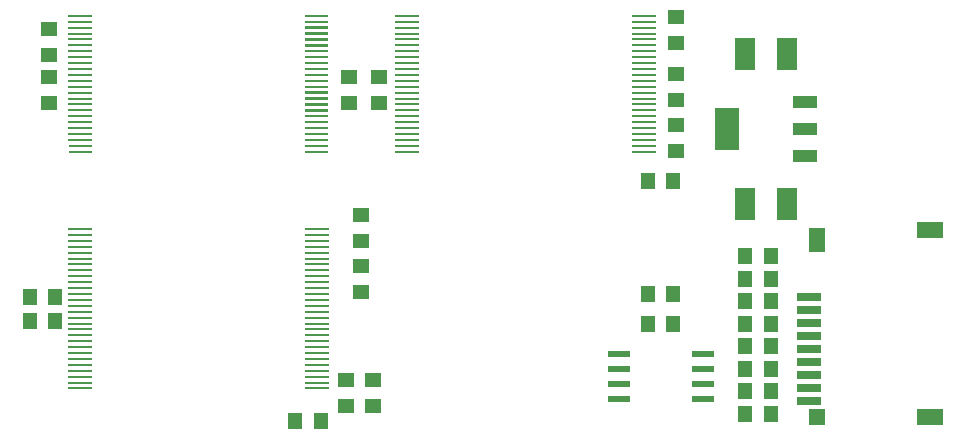
<source format=gtp>
G04 (created by PCBNEW-RS274X (2012-01-19 BZR 3256)-stable) date 02/09/2012 00:26:16*
G01*
G70*
G90*
%MOIN*%
G04 Gerber Fmt 3.4, Leading zero omitted, Abs format*
%FSLAX34Y34*%
G04 APERTURE LIST*
%ADD10C,0.006000*%
%ADD11R,0.078700X0.007800*%
%ADD12R,0.045000X0.055000*%
%ADD13R,0.080000X0.144000*%
%ADD14R,0.080000X0.040000*%
%ADD15R,0.070000X0.110000*%
%ADD16R,0.055000X0.045000*%
%ADD17R,0.086600X0.055100*%
%ADD18R,0.055100X0.078700*%
%ADD19R,0.055100X0.055100*%
%ADD20R,0.078700X0.027600*%
%ADD21R,0.075000X0.020000*%
G04 APERTURE END LIST*
G54D10*
G54D11*
X24037Y-26870D03*
X24037Y-26673D03*
X24037Y-26476D03*
X24037Y-26280D03*
X24037Y-26083D03*
X24037Y-25886D03*
X24037Y-25689D03*
X24037Y-25492D03*
X24037Y-25295D03*
X24037Y-25098D03*
X24037Y-24902D03*
X24037Y-24705D03*
X24037Y-24508D03*
X24037Y-24311D03*
X24037Y-24114D03*
X24037Y-23917D03*
X24037Y-23720D03*
X24037Y-23524D03*
X24037Y-23327D03*
X24037Y-23130D03*
X24037Y-22933D03*
X24037Y-22736D03*
X24037Y-22539D03*
X24037Y-22343D03*
X16163Y-22343D03*
X16163Y-22539D03*
X16163Y-22736D03*
X16163Y-22933D03*
X16163Y-23130D03*
X16163Y-23327D03*
X16163Y-23524D03*
X16163Y-23720D03*
X16163Y-23917D03*
X16163Y-24114D03*
X16163Y-24311D03*
X16163Y-24508D03*
X16163Y-24705D03*
X16163Y-24902D03*
X16163Y-25098D03*
X16163Y-25295D03*
X16163Y-25492D03*
X16163Y-25689D03*
X16163Y-25886D03*
X16163Y-26083D03*
X16163Y-26280D03*
X16163Y-26476D03*
X16163Y-26673D03*
X16163Y-26870D03*
X16163Y-27067D03*
X16163Y-27264D03*
X16163Y-27461D03*
X16163Y-27657D03*
X24037Y-27067D03*
X24037Y-27264D03*
X24037Y-27461D03*
X24037Y-27657D03*
X27063Y-15630D03*
X27063Y-15827D03*
X27063Y-16024D03*
X27063Y-16220D03*
X27063Y-16417D03*
X27063Y-16614D03*
X27063Y-16811D03*
X27063Y-17008D03*
X27063Y-17205D03*
X27063Y-17402D03*
X27063Y-17598D03*
X27063Y-17795D03*
X27063Y-17992D03*
X27063Y-18189D03*
X27063Y-18386D03*
X27063Y-18583D03*
X27063Y-18780D03*
X27063Y-18976D03*
X27063Y-19173D03*
X27063Y-19370D03*
X27063Y-19567D03*
X27063Y-19764D03*
X34937Y-19764D03*
X34937Y-19567D03*
X34937Y-19370D03*
X34937Y-19173D03*
X34937Y-18976D03*
X34937Y-18780D03*
X34937Y-18583D03*
X34937Y-18386D03*
X34937Y-18189D03*
X34937Y-17992D03*
X34937Y-17795D03*
X34937Y-17598D03*
X34937Y-17402D03*
X34937Y-17205D03*
X34937Y-17008D03*
X34937Y-16811D03*
X34937Y-16614D03*
X34937Y-16417D03*
X34937Y-16220D03*
X34937Y-16024D03*
X34937Y-15827D03*
X34937Y-15630D03*
X34937Y-15433D03*
X34937Y-15236D03*
X27063Y-15433D03*
X27063Y-15236D03*
G54D12*
X39175Y-24750D03*
X38325Y-24750D03*
X39175Y-27750D03*
X38325Y-27750D03*
X39175Y-27000D03*
X38325Y-27000D03*
X39175Y-26250D03*
X38325Y-26250D03*
X39175Y-25500D03*
X38325Y-25500D03*
X39175Y-24000D03*
X38325Y-24000D03*
X39175Y-28500D03*
X38325Y-28500D03*
G54D13*
X37700Y-19000D03*
G54D14*
X40300Y-19000D03*
X40300Y-18100D03*
X40300Y-19900D03*
G54D15*
X39700Y-16500D03*
X38300Y-16500D03*
X39700Y-21500D03*
X38300Y-21500D03*
G54D16*
X25100Y-18125D03*
X25100Y-17275D03*
X36000Y-18025D03*
X36000Y-17175D03*
X26100Y-18125D03*
X26100Y-17275D03*
G54D12*
X35075Y-24500D03*
X35925Y-24500D03*
G54D16*
X25900Y-28225D03*
X25900Y-27375D03*
X15100Y-17275D03*
X15100Y-18125D03*
X25000Y-28225D03*
X25000Y-27375D03*
G54D12*
X14475Y-24600D03*
X15325Y-24600D03*
G54D16*
X25500Y-21875D03*
X25500Y-22725D03*
X36000Y-19725D03*
X36000Y-18875D03*
X25500Y-24425D03*
X25500Y-23575D03*
G54D10*
G36*
X23644Y-19331D02*
X24430Y-19331D01*
X24430Y-19409D01*
X23644Y-19409D01*
X23644Y-19331D01*
X23644Y-19331D01*
G37*
G36*
X23644Y-19134D02*
X24430Y-19134D01*
X24430Y-19212D01*
X23644Y-19212D01*
X23644Y-19134D01*
X23644Y-19134D01*
G37*
G36*
X23644Y-18937D02*
X24430Y-18937D01*
X24430Y-19015D01*
X23644Y-19015D01*
X23644Y-18937D01*
X23644Y-18937D01*
G37*
G36*
X23644Y-18741D02*
X24430Y-18741D01*
X24430Y-18819D01*
X23644Y-18819D01*
X23644Y-18741D01*
X23644Y-18741D01*
G37*
G36*
X23644Y-18544D02*
X24430Y-18544D01*
X24430Y-18622D01*
X23644Y-18622D01*
X23644Y-18544D01*
X23644Y-18544D01*
G37*
G36*
X23644Y-18347D02*
X24430Y-18347D01*
X24430Y-18425D01*
X23644Y-18425D01*
X23644Y-18347D01*
X23644Y-18347D01*
G37*
G36*
X23644Y-18150D02*
X24430Y-18150D01*
X24430Y-18228D01*
X23644Y-18228D01*
X23644Y-18150D01*
X23644Y-18150D01*
G37*
G36*
X23644Y-17953D02*
X24430Y-17953D01*
X24430Y-18031D01*
X23644Y-18031D01*
X23644Y-17953D01*
X23644Y-17953D01*
G37*
G36*
X23644Y-17756D02*
X24430Y-17756D01*
X24430Y-17834D01*
X23644Y-17834D01*
X23644Y-17756D01*
X23644Y-17756D01*
G37*
G36*
X23644Y-17559D02*
X24430Y-17559D01*
X24430Y-17637D01*
X23644Y-17637D01*
X23644Y-17559D01*
X23644Y-17559D01*
G37*
G36*
X23644Y-17363D02*
X24430Y-17363D01*
X24430Y-17441D01*
X23644Y-17441D01*
X23644Y-17363D01*
X23644Y-17363D01*
G37*
G36*
X23644Y-17166D02*
X24430Y-17166D01*
X24430Y-17244D01*
X23644Y-17244D01*
X23644Y-17166D01*
X23644Y-17166D01*
G37*
G36*
X23644Y-16969D02*
X24430Y-16969D01*
X24430Y-17047D01*
X23644Y-17047D01*
X23644Y-16969D01*
X23644Y-16969D01*
G37*
G36*
X23644Y-16772D02*
X24430Y-16772D01*
X24430Y-16850D01*
X23644Y-16850D01*
X23644Y-16772D01*
X23644Y-16772D01*
G37*
G36*
X23644Y-16575D02*
X24430Y-16575D01*
X24430Y-16653D01*
X23644Y-16653D01*
X23644Y-16575D01*
X23644Y-16575D01*
G37*
G36*
X23644Y-16378D02*
X24430Y-16378D01*
X24430Y-16456D01*
X23644Y-16456D01*
X23644Y-16378D01*
X23644Y-16378D01*
G37*
G36*
X23644Y-16181D02*
X24430Y-16181D01*
X24430Y-16259D01*
X23644Y-16259D01*
X23644Y-16181D01*
X23644Y-16181D01*
G37*
G36*
X23644Y-15985D02*
X24430Y-15985D01*
X24430Y-16063D01*
X23644Y-16063D01*
X23644Y-15985D01*
X23644Y-15985D01*
G37*
G36*
X23644Y-15788D02*
X24430Y-15788D01*
X24430Y-15866D01*
X23644Y-15866D01*
X23644Y-15788D01*
X23644Y-15788D01*
G37*
G36*
X23644Y-15591D02*
X24430Y-15591D01*
X24430Y-15669D01*
X23644Y-15669D01*
X23644Y-15591D01*
X23644Y-15591D01*
G37*
G36*
X23644Y-15394D02*
X24430Y-15394D01*
X24430Y-15472D01*
X23644Y-15472D01*
X23644Y-15394D01*
X23644Y-15394D01*
G37*
G36*
X23644Y-15197D02*
X24430Y-15197D01*
X24430Y-15275D01*
X23644Y-15275D01*
X23644Y-15197D01*
X23644Y-15197D01*
G37*
G54D11*
X16163Y-15236D03*
X16163Y-15433D03*
X16163Y-15630D03*
X16163Y-15827D03*
X16163Y-16024D03*
X16163Y-16220D03*
X16163Y-16417D03*
X16163Y-16614D03*
X16163Y-16811D03*
X16163Y-17008D03*
X16163Y-17205D03*
X16163Y-17402D03*
X16163Y-17598D03*
X16163Y-17795D03*
X16163Y-17992D03*
X16163Y-18189D03*
X16163Y-18386D03*
X16163Y-18583D03*
X16163Y-18780D03*
X16163Y-18976D03*
X16163Y-19173D03*
X16163Y-19370D03*
G54D10*
G36*
X15770Y-19528D02*
X16556Y-19528D01*
X16556Y-19606D01*
X15770Y-19606D01*
X15770Y-19528D01*
X15770Y-19528D01*
G37*
G36*
X15770Y-19725D02*
X16556Y-19725D01*
X16556Y-19803D01*
X15770Y-19803D01*
X15770Y-19725D01*
X15770Y-19725D01*
G37*
G36*
X23644Y-19528D02*
X24430Y-19528D01*
X24430Y-19606D01*
X23644Y-19606D01*
X23644Y-19528D01*
X23644Y-19528D01*
G37*
G36*
X23644Y-19725D02*
X24430Y-19725D01*
X24430Y-19803D01*
X23644Y-19803D01*
X23644Y-19725D01*
X23644Y-19725D01*
G37*
G54D12*
X39175Y-23250D03*
X38325Y-23250D03*
X14475Y-25400D03*
X15325Y-25400D03*
X24175Y-28750D03*
X23325Y-28750D03*
G54D16*
X15100Y-15675D03*
X15100Y-16525D03*
G54D17*
X44488Y-28610D03*
X44488Y-22390D03*
G54D18*
X40709Y-22705D03*
G54D19*
X40709Y-28610D03*
G54D20*
X40433Y-28079D03*
X40433Y-27646D03*
X40433Y-27213D03*
X40433Y-26780D03*
X40433Y-26346D03*
X40433Y-25913D03*
X40433Y-25480D03*
X40433Y-25047D03*
X40433Y-24614D03*
G54D21*
X36900Y-26500D03*
X36900Y-27000D03*
X36900Y-27500D03*
X36900Y-28000D03*
X34100Y-28000D03*
X34100Y-27500D03*
X34100Y-27000D03*
X34100Y-26500D03*
G54D16*
X36000Y-15275D03*
X36000Y-16125D03*
G54D12*
X35925Y-20750D03*
X35075Y-20750D03*
X35925Y-25500D03*
X35075Y-25500D03*
M02*

</source>
